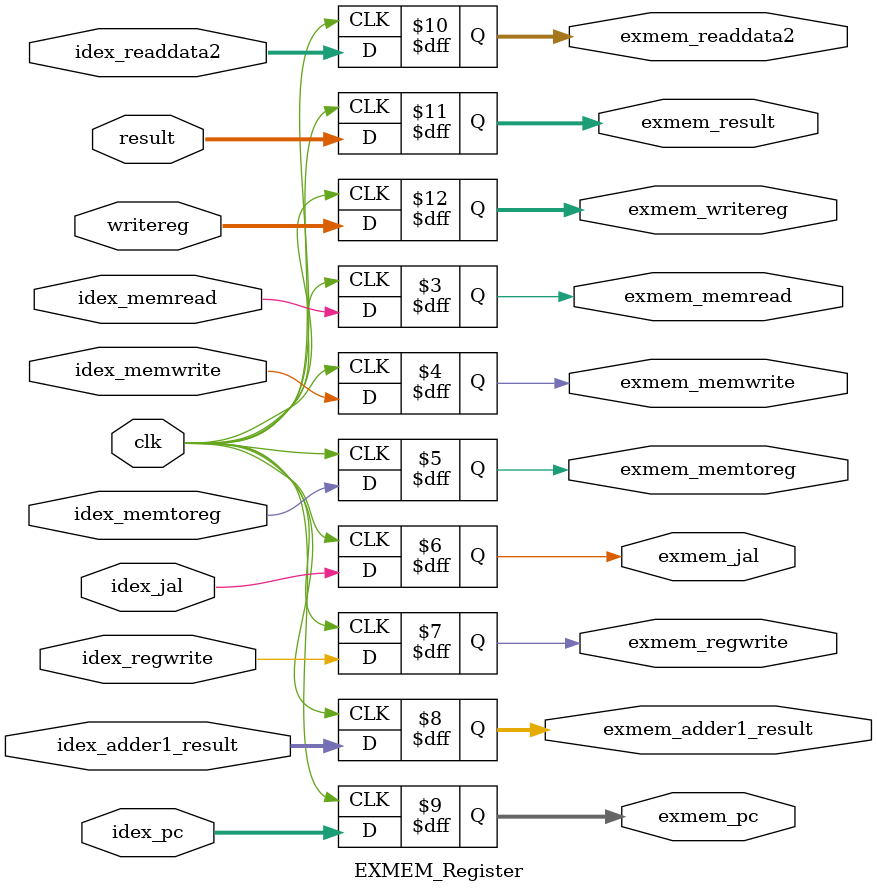
<source format=v>
`timescale 1ns / 1ps


module EXMEM_Register(clk,idex_memread,idex_memwrite,idex_readdata2,idex_memtoreg,idex_jal,idex_regwrite,idex_adder1_result,idex_pc,writereg,result,
exmem_memread,exmem_memwrite,exmem_readdata2,exmem_memtoreg,exmem_jal,exmem_regwrite,exmem_adder1_result,exmem_pc,exmem_writereg,exmem_result);
    input clk,idex_memread,idex_memwrite,idex_memtoreg,idex_jal,idex_regwrite;
    input [31:0] idex_adder1_result,idex_pc,idex_readdata2,result;
    input [4:0] writereg;
    output reg exmem_memread,exmem_memwrite,exmem_memtoreg,exmem_jal,exmem_regwrite;
    output reg [31:0] exmem_adder1_result,exmem_pc,exmem_readdata2,exmem_result;
    output reg [4:0] exmem_writereg;
    initial {exmem_memread,exmem_memwrite,exmem_readdata2,exmem_memtoreg,exmem_jal,exmem_regwrite,exmem_adder1_result,exmem_pc,exmem_writereg,exmem_result}=0;
    always @ (posedge clk)
        {exmem_memread,exmem_memwrite,exmem_readdata2,exmem_memtoreg,exmem_jal,exmem_regwrite,exmem_adder1_result,exmem_pc,exmem_writereg,exmem_result}=
        {idex_memread,idex_memwrite,idex_readdata2,idex_memtoreg,idex_jal,idex_regwrite,idex_adder1_result,idex_pc,writereg,result};
endmodule

</source>
